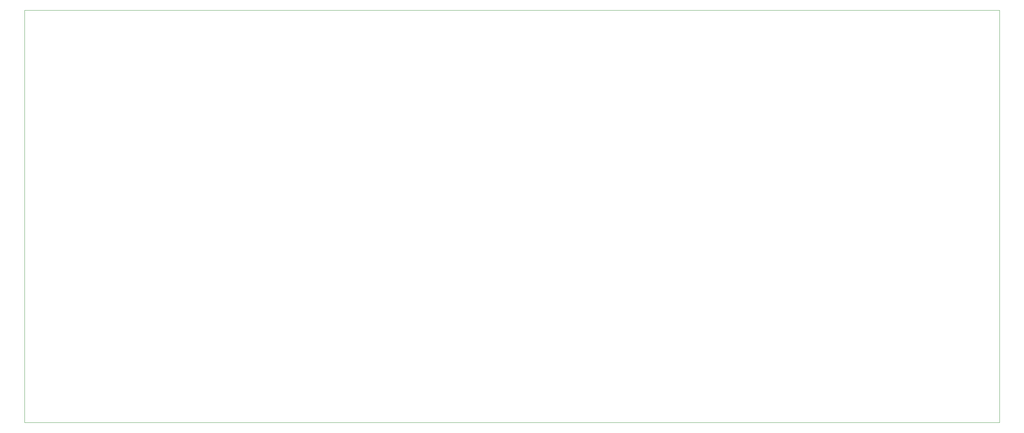
<source format=gm1>
G04 #@! TF.GenerationSoftware,KiCad,Pcbnew,7.0.2-0*
G04 #@! TF.CreationDate,2023-06-25T21:33:59+02:00*
G04 #@! TF.ProjectId,shmoergh-funk-live-control,73686d6f-6572-4676-982d-66756e6b2d6c,rev?*
G04 #@! TF.SameCoordinates,Original*
G04 #@! TF.FileFunction,Profile,NP*
%FSLAX46Y46*%
G04 Gerber Fmt 4.6, Leading zero omitted, Abs format (unit mm)*
G04 Created by KiCad (PCBNEW 7.0.2-0) date 2023-06-25 21:33:59*
%MOMM*%
%LPD*%
G01*
G04 APERTURE LIST*
G04 #@! TA.AperFunction,Profile*
%ADD10C,0.100000*%
G04 #@! TD*
G04 APERTURE END LIST*
D10*
X37500000Y-35000000D02*
X280000000Y-35000000D01*
X280000000Y-137500000D01*
X37500000Y-137500000D01*
X37500000Y-35000000D01*
M02*

</source>
